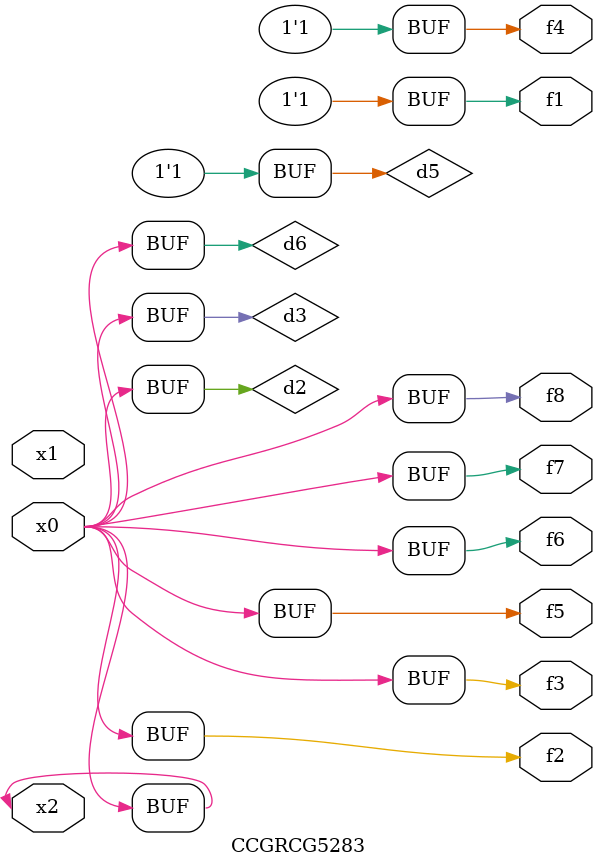
<source format=v>
module CCGRCG5283(
	input x0, x1, x2,
	output f1, f2, f3, f4, f5, f6, f7, f8
);

	wire d1, d2, d3, d4, d5, d6;

	xnor (d1, x2);
	buf (d2, x0, x2);
	and (d3, x0);
	xnor (d4, x1, x2);
	nand (d5, d1, d3);
	buf (d6, d2, d3);
	assign f1 = d5;
	assign f2 = d6;
	assign f3 = d6;
	assign f4 = d5;
	assign f5 = d6;
	assign f6 = d6;
	assign f7 = d6;
	assign f8 = d6;
endmodule

</source>
